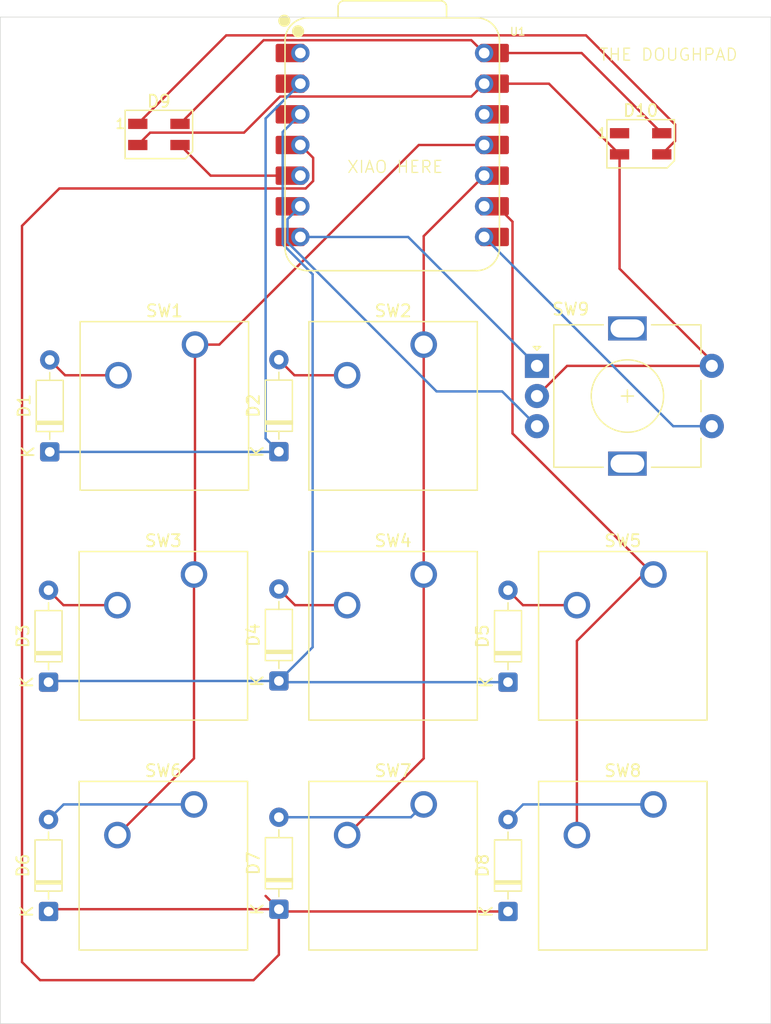
<source format=kicad_pcb>
(kicad_pcb (version 20241229) (generator "pcbnew") (generator_version "9.0")
  (layers (0 "F.Cu" signal) (2 "B.Cu" signal) (13 "F.Paste" user) (15 "B.Paste" user) (5 "F.SilkS" user "F.Silkscreen") (7 "B.SilkS" user "B.Silkscreen") (1 "F.Mask" user) (3 "B.Mask" user) (25 "Edge.Cuts" user))
  (net 0 "")
  (net 1 "Net-(D1-A)")
  (net 2 "Net-(D1-K)")
  (net 3 "Net-(D2-A)")
  (net 4 "Net-(D3-K)")
  (net 5 "Net-(D3-A)")
  (net 6 "Net-(D4-A)")
  (net 7 "Net-(D5-A)")
  (net 8 "Net-(D6-K)")
  (net 9 "Net-(D6-A)")
  (net 10 "Net-(D7-A)")
  (net 11 "Net-(D8-A)")
  (net 12 "Net-(D10-DIN)")
  (net 13 "Net-(D9-DIN)")
  (net 14 "+5V")
  (net 15 "GND")
  (net 17 "Net-(U1-GPIO3{slash}MOSI)")
  (net 18 "Net-(U1-GPIO4{slash}MISO)")
  (net 19 "Net-(U1-GPIO2{slash}SCK)")
  (net 20 "Net-(U1-GPIO7{slash}SCL)")
  (net 21 "Net-(U1-GPIO0{slash}TX)")
  (net 22 "Net-(U1-GPIO1{slash}RX)")
  (footprint "Diode_THT:D_DO-35_SOD27_P7.62mm_Horizontal" (layer "F.Cu") (at 118.8 115.71 90)
    (property "Reference" "D2" (at 3.81 -2.12 90) (layer "F.SilkS"))
    (property "Value" "1N5408")
    (fp_line (start 2.53 -1.12) (end 2.53 1.12) (stroke (width 0.12)) (layer "F.SilkS"))
    (fp_line (start 2.41 -1.12) (end 2.41 1.12) (stroke (width 0.12)) (layer "F.SilkS"))
    (fp_line (start 2.29 -1.12) (end 2.29 1.12) (stroke (width 0.12)) (layer "F.SilkS"))
    (fp_line (start 6.58 0) (end 5.93 0) (stroke (width 0.12)) (layer "F.SilkS"))
    (fp_line (start 1.04 0) (end 1.69 0) (stroke (width 0.12)) (layer "F.SilkS"))
    (fp_rect (start 1.69 -1.12) (end 5.93 1.12) (stroke (width 0.12)) (fill no) (layer "F.SilkS"))
    (fp_text user "K" (at 0 -1.8 90) (layer "F.SilkS"))
    (pad "1" thru_hole roundrect (at 0 0 90) (size 1.6 1.6) (drill 0.8) (layers "*.Cu" "*.Mask") (roundrect_rratio 0.15625) (net 2 "Net-(D1-K)"))
    (pad "2" thru_hole circle (at 7.62 0 90) (size 1.6 1.6) (drill 0.8) (layers "*.Cu" "*.Mask") (net 3 "Net-(D2-A)"))
  )
  (footprint "LED_SMD:LED_SK6812MINI_PLCC4_3.5x3.5mm_P1.75mm" (layer "F.Cu") (at 148.8 90.2)
    (property "Reference" "D10" (at 0 -2.75 0) (layer "F.SilkS"))
    (property "Value" "SK6812MINI")
    (fp_line (start -2.8 -2) (end -2.8 2) (stroke (width 0.12)) (layer "F.SilkS"))
    (fp_line (start -2.8 -2) (end 2.8 -2) (stroke (width 0.12)) (layer "F.SilkS"))
    (fp_line (start -2.8 2) (end 2.2 2) (stroke (width 0.12)) (layer "F.SilkS"))
    (fp_line (start 2.8 1.4) (end 2.2 2) (stroke (width 0.12)) (layer "F.SilkS"))
    (fp_line (start 2.8 1.4) (end 2.8 -2) (stroke (width 0.12)) (layer "F.SilkS"))
    (fp_text user "1" (at -3.2 -0.875 0) (layer "F.SilkS") (effects (font (size 0.8 0.8))))
    (pad "1" smd rect (at -1.75 -0.875) (size 1.6 0.85) (layers "F.Cu" "F.Mask" "F.Paste"))
    (pad "2" smd rect (at -1.75 0.875) (size 1.6 0.85) (layers "F.Cu" "F.Mask" "F.Paste") (net 15 "GND"))
    (pad "3" smd rect (at 1.75 0.875) (size 1.6 0.85) (layers "F.Cu" "F.Mask" "F.Paste") (net 12 "Net-(D10-DIN)"))
    (pad "4" smd rect (at 1.75 -0.875) (size 1.6 0.85) (layers "F.Cu" "F.Mask" "F.Paste") (net 14 "+5V"))
  )
  (footprint "Button_Switch_Keyboard:SW_Cherry_MX_1.00u_PCB" (layer "F.Cu") (at 111.8435 106.83875)
    (property "Reference" "SW1" (at -2.54 -2.794 0) (layer "F.SilkS"))
    (property "Value" "SW_Push")
    (fp_line (start -9.525 -1.905) (end 4.445 -1.905) (stroke (width 0.12)) (layer "F.SilkS"))
    (fp_line (start -9.525 12.065) (end -9.525 -1.905) (stroke (width 0.12)) (layer "F.SilkS"))
    (fp_line (start 4.445 -1.905) (end 4.445 12.065) (stroke (width 0.12)) (layer "F.SilkS"))
    (fp_line (start 4.445 12.065) (end -9.525 12.065) (stroke (width 0.12)) (layer "F.SilkS"))
    (pad "" np_thru_hole circle (at -7.62 5.08) (size 1.7 1.7) (drill 1.7) (layers "*.Cu" "*.Mask"))
    (pad "" np_thru_hole circle (at -2.54 5.08) (size 4 4) (drill 4) (layers "*.Cu" "*.Mask"))
    (pad "" np_thru_hole circle (at 2.54 5.08) (size 1.7 1.7) (drill 1.7) (layers "*.Cu" "*.Mask"))
    (pad "1" thru_hole circle (at 0 0) (size 2.2 2.2) (drill 1.5) (layers "*.Cu" "*.Mask") (net 17 "Net-(U1-GPIO3{slash}MOSI)"))
    (pad "2" thru_hole circle (at -6.35 2.54) (size 2.2 2.2) (drill 1.5) (layers "*.Cu" "*.Mask") (net 1 "Net-(D1-A)"))
  )
  (footprint "Diode_THT:D_DO-35_SOD27_P7.62mm_Horizontal" (layer "F.Cu") (at 99.8 115.72875 90)
    (property "Reference" "D1" (at 3.81 -2.12 90) (layer "F.SilkS"))
    (property "Value" "1N5408")
    (fp_line (start 2.53 -1.12) (end 2.53 1.12) (stroke (width 0.12)) (layer "F.SilkS"))
    (fp_line (start 2.41 -1.12) (end 2.41 1.12) (stroke (width 0.12)) (layer "F.SilkS"))
    (fp_line (start 2.29 -1.12) (end 2.29 1.12) (stroke (width 0.12)) (layer "F.SilkS"))
    (fp_line (start 6.58 0) (end 5.93 0) (stroke (width 0.12)) (layer "F.SilkS"))
    (fp_line (start 1.04 0) (end 1.69 0) (stroke (width 0.12)) (layer "F.SilkS"))
    (fp_rect (start 1.69 -1.12) (end 5.93 1.12) (stroke (width 0.12)) (fill no) (layer "F.SilkS"))
    (fp_text user "K" (at 0 -1.8 90) (layer "F.SilkS"))
    (pad "1" thru_hole roundrect (at 0 0 90) (size 1.6 1.6) (drill 0.8) (layers "*.Cu" "*.Mask") (roundrect_rratio 0.15625) (net 2 "Net-(D1-K)"))
    (pad "2" thru_hole circle (at 7.62 0 90) (size 1.6 1.6) (drill 0.8) (layers "*.Cu" "*.Mask") (net 1 "Net-(D1-A)"))
  )
  (footprint "LED_SMD:LED_SK6812MINI_PLCC4_3.5x3.5mm_P1.75mm" (layer "F.Cu") (at 108.85 89.425)
    (property "Reference" "D9" (at 0 -2.75 0) (layer "F.SilkS"))
    (property "Value" "SK6812MINI")
    (fp_line (start -2.8 -2) (end -2.8 2) (stroke (width 0.12)) (layer "F.SilkS"))
    (fp_line (start -2.8 -2) (end 2.8 -2) (stroke (width 0.12)) (layer "F.SilkS"))
    (fp_line (start -2.8 2) (end 2.2 2) (stroke (width 0.12)) (layer "F.SilkS"))
    (fp_line (start 2.8 1.4) (end 2.2 2) (stroke (width 0.12)) (layer "F.SilkS"))
    (fp_line (start 2.8 1.4) (end 2.8 -2) (stroke (width 0.12)) (layer "F.SilkS"))
    (fp_text user "1" (at -3.2 -0.875 0) (layer "F.SilkS") (effects (font (size 0.8 0.8))))
    (pad "1" smd rect (at -1.75 -0.875) (size 1.6 0.85) (layers "F.Cu" "F.Mask" "F.Paste") (net 12 "Net-(D10-DIN)"))
    (pad "2" smd rect (at -1.75 0.875) (size 1.6 0.85) (layers "F.Cu" "F.Mask" "F.Paste") (net 15 "GND"))
    (pad "3" smd rect (at 1.75 0.875) (size 1.6 0.85) (layers "F.Cu" "F.Mask" "F.Paste") (net 13 "Net-(D9-DIN)"))
    (pad "4" smd rect (at 1.75 -0.875) (size 1.6 0.85) (layers "F.Cu" "F.Mask" "F.Paste") (net 14 "+5V"))
  )
  (footprint "Diode_THT:D_DO-35_SOD27_P7.62mm_Horizontal" (layer "F.Cu") (at 137.8 134.81 90)
    (property "Reference" "D5" (at 3.81 -2.12 90) (layer "F.SilkS"))
    (property "Value" "1N5408")
    (fp_line (start 2.53 -1.12) (end 2.53 1.12) (stroke (width 0.12)) (layer "F.SilkS"))
    (fp_line (start 2.41 -1.12) (end 2.41 1.12) (stroke (width 0.12)) (layer "F.SilkS"))
    (fp_line (start 2.29 -1.12) (end 2.29 1.12) (stroke (width 0.12)) (layer "F.SilkS"))
    (fp_line (start 6.58 0) (end 5.93 0) (stroke (width 0.12)) (layer "F.SilkS"))
    (fp_line (start 1.04 0) (end 1.69 0) (stroke (width 0.12)) (layer "F.SilkS"))
    (fp_rect (start 1.69 -1.12) (end 5.93 1.12) (stroke (width 0.12)) (fill no) (layer "F.SilkS"))
    (fp_text user "K" (at 0 -1.8 90) (layer "F.SilkS"))
    (pad "1" thru_hole roundrect (at 0 0 90) (size 1.6 1.6) (drill 0.8) (layers "*.Cu" "*.Mask") (roundrect_rratio 0.15625) (net 4 "Net-(D3-K)"))
    (pad "2" thru_hole circle (at 7.62 0 90) (size 1.6 1.6) (drill 0.8) (layers "*.Cu" "*.Mask") (net 7 "Net-(D5-A)"))
  )
  (footprint "Button_Switch_Keyboard:SW_Cherry_MX_1.00u_PCB" (layer "F.Cu") (at 111.76 144.93875)
    (property "Reference" "SW6" (at -2.54 -2.794 0) (layer "F.SilkS"))
    (property "Value" "SW_Push")
    (fp_line (start -9.525 -1.905) (end 4.445 -1.905) (stroke (width 0.12)) (layer "F.SilkS"))
    (fp_line (start -9.525 12.065) (end -9.525 -1.905) (stroke (width 0.12)) (layer "F.SilkS"))
    (fp_line (start 4.445 -1.905) (end 4.445 12.065) (stroke (width 0.12)) (layer "F.SilkS"))
    (fp_line (start 4.445 12.065) (end -9.525 12.065) (stroke (width 0.12)) (layer "F.SilkS"))
    (pad "" np_thru_hole circle (at -7.62 5.08) (size 1.7 1.7) (drill 1.7) (layers "*.Cu" "*.Mask"))
    (pad "" np_thru_hole circle (at -2.54 5.08) (size 4 4) (drill 4) (layers "*.Cu" "*.Mask"))
    (pad "" np_thru_hole circle (at 2.54 5.08) (size 1.7 1.7) (drill 1.7) (layers "*.Cu" "*.Mask"))
    (pad "1" thru_hole circle (at 0 0) (size 2.2 2.2) (drill 1.5) (layers "*.Cu" "*.Mask") (net 9 "Net-(D6-A)"))
    (pad "2" thru_hole circle (at -6.35 2.54) (size 2.2 2.2) (drill 1.5) (layers "*.Cu" "*.Mask") (net 17 "Net-(U1-GPIO3{slash}MOSI)"))
  )
  (footprint "Diode_THT:D_DO-35_SOD27_P7.62mm_Horizontal" (layer "F.Cu") (at 118.8 153.62 90)
    (property "Reference" "D7" (at 3.81 -2.12 90) (layer "F.SilkS"))
    (property "Value" "1N5408")
    (fp_line (start 2.53 -1.12) (end 2.53 1.12) (stroke (width 0.12)) (layer "F.SilkS"))
    (fp_line (start 2.41 -1.12) (end 2.41 1.12) (stroke (width 0.12)) (layer "F.SilkS"))
    (fp_line (start 2.29 -1.12) (end 2.29 1.12) (stroke (width 0.12)) (layer "F.SilkS"))
    (fp_line (start 6.58 0) (end 5.93 0) (stroke (width 0.12)) (layer "F.SilkS"))
    (fp_line (start 1.04 0) (end 1.69 0) (stroke (width 0.12)) (layer "F.SilkS"))
    (fp_rect (start 1.69 -1.12) (end 5.93 1.12) (stroke (width 0.12)) (fill no) (layer "F.SilkS"))
    (fp_text user "K" (at 0 -1.8 90) (layer "F.SilkS"))
    (pad "1" thru_hole roundrect (at 0 0 90) (size 1.6 1.6) (drill 0.8) (layers "*.Cu" "*.Mask") (roundrect_rratio 0.15625) (net 8 "Net-(D6-K)"))
    (pad "2" thru_hole circle (at 7.62 0 90) (size 1.6 1.6) (drill 0.8) (layers "*.Cu" "*.Mask") (net 10 "Net-(D7-A)"))
  )
  (footprint "Button_Switch_Keyboard:SW_Cherry_MX_1.00u_PCB" (layer "F.Cu") (at 111.76 125.88875)
    (property "Reference" "SW3" (at -2.54 -2.794 0) (layer "F.SilkS"))
    (property "Value" "SW_Push")
    (fp_line (start -9.525 -1.905) (end 4.445 -1.905) (stroke (width 0.12)) (layer "F.SilkS"))
    (fp_line (start -9.525 12.065) (end -9.525 -1.905) (stroke (width 0.12)) (layer "F.SilkS"))
    (fp_line (start 4.445 -1.905) (end 4.445 12.065) (stroke (width 0.12)) (layer "F.SilkS"))
    (fp_line (start 4.445 12.065) (end -9.525 12.065) (stroke (width 0.12)) (layer "F.SilkS"))
    (pad "" np_thru_hole circle (at -7.62 5.08) (size 1.7 1.7) (drill 1.7) (layers "*.Cu" "*.Mask"))
    (pad "" np_thru_hole circle (at -2.54 5.08) (size 4 4) (drill 4) (layers "*.Cu" "*.Mask"))
    (pad "" np_thru_hole circle (at 2.54 5.08) (size 1.7 1.7) (drill 1.7) (layers "*.Cu" "*.Mask"))
    (pad "1" thru_hole circle (at 0 0) (size 2.2 2.2) (drill 1.5) (layers "*.Cu" "*.Mask") (net 17 "Net-(U1-GPIO3{slash}MOSI)"))
    (pad "2" thru_hole circle (at -6.35 2.54) (size 2.2 2.2) (drill 1.5) (layers "*.Cu" "*.Mask") (net 5 "Net-(D3-A)"))
  )
  (footprint "Button_Switch_Keyboard:SW_Cherry_MX_1.00u_PCB" (layer "F.Cu") (at 130.81 144.93875)
    (property "Reference" "SW7" (at -2.54 -2.794 0) (layer "F.SilkS"))
    (property "Value" "SW_Push")
    (fp_line (start -9.525 -1.905) (end 4.445 -1.905) (stroke (width 0.12)) (layer "F.SilkS"))
    (fp_line (start -9.525 12.065) (end -9.525 -1.905) (stroke (width 0.12)) (layer "F.SilkS"))
    (fp_line (start 4.445 -1.905) (end 4.445 12.065) (stroke (width 0.12)) (layer "F.SilkS"))
    (fp_line (start 4.445 12.065) (end -9.525 12.065) (stroke (width 0.12)) (layer "F.SilkS"))
    (pad "" np_thru_hole circle (at -7.62 5.08) (size 1.7 1.7) (drill 1.7) (layers "*.Cu" "*.Mask"))
    (pad "" np_thru_hole circle (at -2.54 5.08) (size 4 4) (drill 4) (layers "*.Cu" "*.Mask"))
    (pad "" np_thru_hole circle (at 2.54 5.08) (size 1.7 1.7) (drill 1.7) (layers "*.Cu" "*.Mask"))
    (pad "1" thru_hole circle (at 0 0) (size 2.2 2.2) (drill 1.5) (layers "*.Cu" "*.Mask") (net 10 "Net-(D7-A)"))
    (pad "2" thru_hole circle (at -6.35 2.54) (size 2.2 2.2) (drill 1.5) (layers "*.Cu" "*.Mask") (net 18 "Net-(U1-GPIO4{slash}MISO)"))
  )
  (footprint "OPL:XIAO-RP2040-DIP" (layer "F.Cu") (at 128.2 90.3)
    (property "Reference" "U1" (at 10.4 -9.4 0) (layer "F.SilkS") (effects (font (size 0.635 0.635) (thickness 0.1016))))
    (property "Value" "XIAO-RP2040-DIP")
    (fp_line (start -8.89 8.509) (end -8.89 -8.636) (stroke (width 0.127)) (layer "F.SilkS"))
    (fp_line (start -6.985 10.414) (end 6.985 10.414) (stroke (width 0.127)) (layer "F.SilkS"))
    (fp_line (start -4.495 -10.541) (end -4.491272 -11.451272) (stroke (width 0.127)) (layer "F.SilkS"))
    (fp_line (start -3.991272 -11.951) (end 4.004 -11.951) (stroke (width 0.127)) (layer "F.SilkS"))
    (fp_line (start 4.504 -11.451) (end 4.504 -10.541) (stroke (width 0.127)) (layer "F.SilkS"))
    (fp_line (start 6.985 -10.541) (end -6.985 -10.541) (stroke (width 0.1)) (layer "F.SilkS"))
    (fp_line (start 6.985 -10.541) (end -6.985 -10.541) (stroke (width 0.127)) (layer "F.SilkS"))
    (fp_line (start 8.89 8.509) (end 8.89 -8.636) (stroke (width 0.127)) (layer "F.SilkS"))
    (fp_arc (start -8.89 -8.636) (mid -8.332038 -9.983038) (end -6.985 -10.541) (stroke (width 0.127)) (layer "F.SilkS"))
    (fp_arc (start -6.985 10.414) (mid -8.332038 9.856038) (end -8.89 8.509) (stroke (width 0.127)) (layer "F.SilkS"))
    (fp_arc (start -4.491272 -11.451272) (mid -4.344728 -11.80464) (end -3.991272 -11.951) (stroke (width 0.127)) (layer "F.SilkS"))
    (fp_arc (start 4.004 -11.951) (mid 4.357553 -11.804553) (end 4.504 -11.451) (stroke (width 0.127)) (layer "F.SilkS"))
    (fp_arc (start 6.985 -10.541) (mid 8.332038 -9.983038) (end 8.89 -8.636) (stroke (width 0.127)) (layer "F.SilkS"))
    (fp_arc (start 8.89 8.509) (mid 8.332038 9.856038) (end 6.985 10.414) (stroke (width 0.127)) (layer "F.SilkS"))
    (fp_circle (center -8.95 -10.3) (end -8.95 -10.554) (stroke (width 0.5)) (fill yes) (layer "F.SilkS"))
    (fp_circle (center -7.807 -9.42) (end -7.807 -9.674) (stroke (width 0.5)) (fill yes) (layer "F.SilkS"))
    (pad "1" smd roundrect (at -8.455 -7.62 180) (size 2.432 1.524) (layers "F.Cu" "F.Mask") (roundrect_rratio 0.1))
    (pad "1" thru_hole circle (at -7.62 -7.62 180) (size 1.524 1.524) (drill 0.889) (layers "*.Cu" "*.Mask"))
    (pad "2" smd roundrect (at -8.455 -5.08 180) (size 2.432 1.524) (layers "F.Cu" "F.Mask") (roundrect_rratio 0.1) (net 2 "Net-(D1-K)"))
    (pad "2" thru_hole circle (at -7.62 -5.08 180) (size 1.524 1.524) (drill 0.889) (layers "*.Cu" "*.Mask") (net 2 "Net-(D1-K)"))
    (pad "3" smd roundrect (at -8.455 -2.54 180) (size 2.432 1.524) (layers "F.Cu" "F.Mask") (roundrect_rratio 0.1) (net 4 "Net-(D3-K)"))
    (pad "3" thru_hole circle (at -7.62 -2.54 180) (size 1.524 1.524) (drill 0.889) (layers "*.Cu" "*.Mask") (net 4 "Net-(D3-K)"))
    (pad "4" smd roundrect (at -8.455 0 180) (size 2.432 1.524) (layers "F.Cu" "F.Mask") (roundrect_rratio 0.1) (net 8 "Net-(D6-K)"))
    (pad "4" thru_hole circle (at -7.62 0 180) (size 1.524 1.524) (drill 0.889) (layers "*.Cu" "*.Mask") (net 8 "Net-(D6-K)"))
    (pad "5" smd roundrect (at -8.455 2.54 180) (size 2.432 1.524) (layers "F.Cu" "F.Mask") (roundrect_rratio 0.1) (net 13 "Net-(D9-DIN)"))
    (pad "5" thru_hole circle (at -7.62 2.54 180) (size 1.524 1.524) (drill 0.889) (layers "*.Cu" "*.Mask") (net 13 "Net-(D9-DIN)"))
    (pad "6" smd roundrect (at -8.455 5.08 180) (size 2.432 1.524) (layers "F.Cu" "F.Mask") (roundrect_rratio 0.1) (net 20 "Net-(U1-GPIO7{slash}SCL)"))
    (pad "6" thru_hole circle (at -7.62 5.08 180) (size 1.524 1.524) (drill 0.889) (layers "*.Cu" "*.Mask") (net 20 "Net-(U1-GPIO7{slash}SCL)"))
    (pad "7" smd roundrect (at -8.455 7.62 180) (size 2.432 1.524) (layers "F.Cu" "F.Mask") (roundrect_rratio 0.1) (net 21 "Net-(U1-GPIO0{slash}TX)"))
    (pad "7" thru_hole circle (at -7.62 7.62 180) (size 1.524 1.524) (drill 0.889) (layers "*.Cu" "*.Mask") (net 21 "Net-(U1-GPIO0{slash}TX)"))
    (pad "8" thru_hole circle (at 7.62 7.62) (size 1.524 1.524) (drill 0.889) (layers "*.Cu" "*.Mask") (net 22 "Net-(U1-GPIO1{slash}RX)"))
    (pad "8" smd roundrect (at 8.455 7.62) (size 2.432 1.524) (layers "F.Cu" "F.Mask") (roundrect_rratio 0.1) (net 22 "Net-(U1-GPIO1{slash}RX)"))
    (pad "9" thru_hole circle (at 7.62 5.08) (size 1.524 1.524) (drill 0.889) (layers "*.Cu" "*.Mask") (net 19 "Net-(U1-GPIO2{slash}SCK)"))
    (pad "9" smd roundrect (at 8.455 5.08) (size 2.432 1.524) (layers "F.Cu" "F.Mask") (roundrect_rratio 0.1) (net 19 "Net-(U1-GPIO2{slash}SCK)"))
    (pad "10" thru_hole circle (at 7.62 2.54) (size 1.524 1.524) (drill 0.889) (layers "*.Cu" "*.Mask") (net 18 "Net-(U1-GPIO4{slash}MISO)"))
    (pad "10" smd roundrect (at 8.455 2.54) (size 2.432 1.524) (layers "F.Cu" "F.Mask") (roundrect_rratio 0.1) (net 18 "Net-(U1-GPIO4{slash}MISO)"))
    (pad "11" thru_hole circle (at 7.62 0) (size 1.524 1.524) (drill 0.889) (layers "*.Cu" "*.Mask") (net 17 "Net-(U1-GPIO3{slash}MOSI)"))
    (pad "11" smd roundrect (at 8.455 0) (size 2.432 1.524) (layers "F.Cu" "F.Mask") (roundrect_rratio 0.1) (net 17 "Net-(U1-GPIO3{slash}MOSI)"))
    (pad "12" thru_hole circle (at 7.62 -2.54) (size 1.524 1.524) (drill 0.889) (layers "*.Cu" "*.Mask"))
    (pad "12" smd roundrect (at 8.455 -2.54) (size 2.432 1.524) (layers "F.Cu" "F.Mask") (roundrect_rratio 0.1))
    (pad "13" thru_hole circle (at 7.62 -5.08) (size 1.524 1.524) (drill 0.889) (layers "*.Cu" "*.Mask") (net 15 "GND"))
    (pad "13" smd roundrect (at 8.455 -5.08) (size 2.432 1.524) (layers "F.Cu" "F.Mask") (roundrect_rratio 0.1) (net 15 "GND"))
    (pad "14" thru_hole circle (at 7.62 -7.62) (size 1.524 1.524) (drill 0.889) (layers "*.Cu" "*.Mask") (net 14 "+5V"))
    (pad "14" smd roundrect (at 8.455 -7.62) (size 2.432 1.524) (layers "F.Cu" "F.Mask") (roundrect_rratio 0.1) (net 14 "+5V"))
  )
  (footprint "Diode_THT:D_DO-35_SOD27_P7.62mm_Horizontal" (layer "F.Cu") (at 118.8 134.71 90)
    (property "Reference" "D4" (at 3.81 -2.12 90) (layer "F.SilkS"))
    (property "Value" "1N5408")
    (fp_line (start 2.53 -1.12) (end 2.53 1.12) (stroke (width 0.12)) (layer "F.SilkS"))
    (fp_line (start 2.41 -1.12) (end 2.41 1.12) (stroke (width 0.12)) (layer "F.SilkS"))
    (fp_line (start 2.29 -1.12) (end 2.29 1.12) (stroke (width 0.12)) (layer "F.SilkS"))
    (fp_line (start 6.58 0) (end 5.93 0) (stroke (width 0.12)) (layer "F.SilkS"))
    (fp_line (start 1.04 0) (end 1.69 0) (stroke (width 0.12)) (layer "F.SilkS"))
    (fp_rect (start 1.69 -1.12) (end 5.93 1.12) (stroke (width 0.12)) (fill no) (layer "F.SilkS"))
    (fp_text user "K" (at 0 -1.8 90) (layer "F.SilkS"))
    (pad "1" thru_hole roundrect (at 0 0 90) (size 1.6 1.6) (drill 0.8) (layers "*.Cu" "*.Mask") (roundrect_rratio 0.15625) (net 4 "Net-(D3-K)"))
    (pad "2" thru_hole circle (at 7.62 0 90) (size 1.6 1.6) (drill 0.8) (layers "*.Cu" "*.Mask") (net 6 "Net-(D4-A)"))
  )
  (footprint "Rotary_Encoder:RotaryEncoder_Alps_EC11E-Switch_Vertical_H20mm" (layer "F.Cu") (at 140.2 108.6)
    (property "Reference" "SW9" (at 2.8 -4.7 0) (layer "F.SilkS"))
    (property "Value" "RotaryEncoder_Switch")
    (fp_line (start -0.3 -1.6) (end 0.3 -1.6) (stroke (width 0.12)) (layer "F.SilkS"))
    (fp_line (start 0 -1.3) (end -0.3 -1.6) (stroke (width 0.12)) (layer "F.SilkS"))
    (fp_line (start 0.3 -1.6) (end 0 -1.3) (stroke (width 0.12)) (layer "F.SilkS"))
    (fp_line (start 1.4 -3.4) (end 1.4 8.4) (stroke (width 0.12)) (layer "F.SilkS"))
    (fp_line (start 5.5 -3.4) (end 1.4 -3.4) (stroke (width 0.12)) (layer "F.SilkS"))
    (fp_line (start 5.5 8.4) (end 1.4 8.4) (stroke (width 0.12)) (layer "F.SilkS"))
    (fp_line (start 7 2.5) (end 8 2.5) (stroke (width 0.12)) (layer "F.SilkS"))
    (fp_line (start 7.5 2) (end 7.5 3) (stroke (width 0.12)) (layer "F.SilkS"))
    (fp_line (start 9.5 -3.4) (end 13.6 -3.4) (stroke (width 0.12)) (layer "F.SilkS"))
    (fp_line (start 13.6 -3.4) (end 13.6 -1) (stroke (width 0.12)) (layer "F.SilkS"))
    (fp_line (start 13.6 1.2) (end 13.6 3.8) (stroke (width 0.12)) (layer "F.SilkS"))
    (fp_line (start 13.6 6) (end 13.6 8.4) (stroke (width 0.12)) (layer "F.SilkS"))
    (fp_line (start 13.6 8.4) (end 9.5 8.4) (stroke (width 0.12)) (layer "F.SilkS"))
    (fp_circle (center 7.5 2.5) (end 10.5 2.5) (stroke (width 0.12)) (fill no) (layer "F.SilkS"))
    (pad "A" thru_hole rect (at 0 0) (size 2 2) (drill 1) (layers "*.Cu" "*.Mask") (net 21 "Net-(U1-GPIO0{slash}TX)"))
    (pad "B" thru_hole circle (at 0 5) (size 2 2) (drill 1) (layers "*.Cu" "*.Mask") (net 20 "Net-(U1-GPIO7{slash}SCL)"))
    (pad "C" thru_hole circle (at 0 2.5) (size 2 2) (drill 1) (layers "*.Cu" "*.Mask") (net 15 "GND"))
    (pad "MP" thru_hole rect (at 7.5 -3.1) (size 3.2 2) (drill oval 2.8 1.5) (layers "*.Cu" "*.Mask"))
    (pad "MP" thru_hole rect (at 7.5 8.1) (size 3.2 2) (drill oval 2.8 1.5) (layers "*.Cu" "*.Mask"))
    (pad "S1" thru_hole circle (at 14.5 5) (size 2 2) (drill 1) (layers "*.Cu" "*.Mask") (net 22 "Net-(U1-GPIO1{slash}RX)"))
    (pad "S2" thru_hole circle (at 14.5 0) (size 2 2) (drill 1) (layers "*.Cu" "*.Mask") (net 15 "GND"))
  )
  (footprint "Diode_THT:D_DO-35_SOD27_P7.62mm_Horizontal" (layer "F.Cu") (at 99.7 153.81 90)
    (property "Reference" "D6" (at 3.81 -2.12 90) (layer "F.SilkS"))
    (property "Value" "1N5408")
    (fp_line (start 2.53 -1.12) (end 2.53 1.12) (stroke (width 0.12)) (layer "F.SilkS"))
    (fp_line (start 2.41 -1.12) (end 2.41 1.12) (stroke (width 0.12)) (layer "F.SilkS"))
    (fp_line (start 2.29 -1.12) (end 2.29 1.12) (stroke (width 0.12)) (layer "F.SilkS"))
    (fp_line (start 6.58 0) (end 5.93 0) (stroke (width 0.12)) (layer "F.SilkS"))
    (fp_line (start 1.04 0) (end 1.69 0) (stroke (width 0.12)) (layer "F.SilkS"))
    (fp_rect (start 1.69 -1.12) (end 5.93 1.12) (stroke (width 0.12)) (fill no) (layer "F.SilkS"))
    (fp_text user "K" (at 0 -1.8 90) (layer "F.SilkS"))
    (pad "1" thru_hole roundrect (at 0 0 90) (size 1.6 1.6) (drill 0.8) (layers "*.Cu" "*.Mask") (roundrect_rratio 0.15625) (net 8 "Net-(D6-K)"))
    (pad "2" thru_hole circle (at 7.62 0 90) (size 1.6 1.6) (drill 0.8) (layers "*.Cu" "*.Mask") (net 9 "Net-(D6-A)"))
  )
  (footprint "Button_Switch_Keyboard:SW_Cherry_MX_1.00u_PCB" (layer "F.Cu") (at 130.81 125.88875)
    (property "Reference" "SW4" (at -2.54 -2.794 0) (layer "F.SilkS"))
    (property "Value" "SW_Push")
    (fp_line (start -9.525 -1.905) (end 4.445 -1.905) (stroke (width 0.12)) (layer "F.SilkS"))
    (fp_line (start -9.525 12.065) (end -9.525 -1.905) (stroke (width 0.12)) (layer "F.SilkS"))
    (fp_line (start 4.445 -1.905) (end 4.445 12.065) (stroke (width 0.12)) (layer "F.SilkS"))
    (fp_line (start 4.445 12.065) (end -9.525 12.065) (stroke (width 0.12)) (layer "F.SilkS"))
    (pad "" np_thru_hole circle (at -7.62 5.08) (size 1.7 1.7) (drill 1.7) (layers "*.Cu" "*.Mask"))
    (pad "" np_thru_hole circle (at -2.54 5.08) (size 4 4) (drill 4) (layers "*.Cu" "*.Mask"))
    (pad "" np_thru_hole circle (at 2.54 5.08) (size 1.7 1.7) (drill 1.7) (layers "*.Cu" "*.Mask"))
    (pad "1" thru_hole circle (at 0 0) (size 2.2 2.2) (drill 1.5) (layers "*.Cu" "*.Mask") (net 18 "Net-(U1-GPIO4{slash}MISO)"))
    (pad "2" thru_hole circle (at -6.35 2.54) (size 2.2 2.2) (drill 1.5) (layers "*.Cu" "*.Mask") (net 6 "Net-(D4-A)"))
  )
  (footprint "Diode_THT:D_DO-35_SOD27_P7.62mm_Horizontal" (layer "F.Cu") (at 137.8 153.81 90)
    (property "Reference" "D8" (at 3.81 -2.12 90) (layer "F.SilkS"))
    (property "Value" "1N5408")
    (fp_line (start 2.53 -1.12) (end 2.53 1.12) (stroke (width 0.12)) (layer "F.SilkS"))
    (fp_line (start 2.41 -1.12) (end 2.41 1.12) (stroke (width 0.12)) (layer "F.SilkS"))
    (fp_line (start 2.29 -1.12) (end 2.29 1.12) (stroke (width 0.12)) (layer "F.SilkS"))
    (fp_line (start 6.58 0) (end 5.93 0) (stroke (width 0.12)) (layer "F.SilkS"))
    (fp_line (start 1.04 0) (end 1.69 0) (stroke (width 0.12)) (layer "F.SilkS"))
    (fp_rect (start 1.69 -1.12) (end 5.93 1.12) (stroke (width 0.12)) (fill no) (layer "F.SilkS"))
    (fp_text user "K" (at 0 -1.8 90) (layer "F.SilkS"))
    (pad "1" thru_hole roundrect (at 0 0 90) (size 1.6 1.6) (drill 0.8) (layers "*.Cu" "*.Mask") (roundrect_rratio 0.15625) (net 8 "Net-(D6-K)"))
    (pad "2" thru_hole circle (at 7.62 0 90) (size 1.6 1.6) (drill 0.8) (layers "*.Cu" "*.Mask") (net 11 "Net-(D8-A)"))
  )
  (footprint "Button_Switch_Keyboard:SW_Cherry_MX_1.00u_PCB" (layer "F.Cu") (at 149.86 144.93875)
    (property "Reference" "SW8" (at -2.54 -2.794 0) (layer "F.SilkS"))
    (property "Value" "SW_Push")
    (fp_line (start -9.525 -1.905) (end 4.445 -1.905) (stroke (width 0.12)) (layer "F.SilkS"))
    (fp_line (start -9.525 12.065) (end -9.525 -1.905) (stroke (width 0.12)) (layer "F.SilkS"))
    (fp_line (start 4.445 -1.905) (end 4.445 12.065) (stroke (width 0.12)) (layer "F.SilkS"))
    (fp_line (start 4.445 12.065) (end -9.525 12.065) (stroke (width 0.12)) (layer "F.SilkS"))
    (pad "" np_thru_hole circle (at -7.62 5.08) (size 1.7 1.7) (drill 1.7) (layers "*.Cu" "*.Mask"))
    (pad "" np_thru_hole circle (at -2.54 5.08) (size 4 4) (drill 4) (layers "*.Cu" "*.Mask"))
    (pad "" np_thru_hole circle (at 2.54 5.08) (size 1.7 1.7) (drill 1.7) (layers "*.Cu" "*.Mask"))
    (pad "1" thru_hole circle (at 0 0) (size 2.2 2.2) (drill 1.5) (layers "*.Cu" "*.Mask") (net 11 "Net-(D8-A)"))
    (pad "2" thru_hole circle (at -6.35 2.54) (size 2.2 2.2) (drill 1.5) (layers "*.Cu" "*.Mask") (net 19 "Net-(U1-GPIO2{slash}SCK)"))
  )
  (footprint "Diode_THT:D_DO-35_SOD27_P7.62mm_Horizontal" (layer "F.Cu") (at 99.7 134.81 90)
    (property "Reference" "D3" (at 3.81 -2.12 90) (layer "F.SilkS"))
    (property "Value" "1N5408")
    (fp_line (start 2.53 -1.12) (end 2.53 1.12) (stroke (width 0.12)) (layer "F.SilkS"))
    (fp_line (start 2.41 -1.12) (end 2.41 1.12) (stroke (width 0.12)) (layer "F.SilkS"))
    (fp_line (start 2.29 -1.12) (end 2.29 1.12) (stroke (width 0.12)) (layer "F.SilkS"))
    (fp_line (start 6.58 0) (end 5.93 0) (stroke (width 0.12)) (layer "F.SilkS"))
    (fp_line (start 1.04 0) (end 1.69 0) (stroke (width 0.12)) (layer "F.SilkS"))
    (fp_rect (start 1.69 -1.12) (end 5.93 1.12) (stroke (width 0.12)) (fill no) (layer "F.SilkS"))
    (fp_text user "K" (at 0 -1.8 90) (layer "F.SilkS"))
    (pad "1" thru_hole roundrect (at 0 0 90) (size 1.6 1.6) (drill 0.8) (layers "*.Cu" "*.Mask") (roundrect_rratio 0.15625) (net 4 "Net-(D3-K)"))
    (pad "2" thru_hole circle (at 7.62 0 90) (size 1.6 1.6) (drill 0.8) (layers "*.Cu" "*.Mask") (net 5 "Net-(D3-A)"))
  )
  (footprint "Button_Switch_Keyboard:SW_Cherry_MX_1.00u_PCB" (layer "F.Cu") (at 130.81 106.83875)
    (property "Reference" "SW2" (at -2.54 -2.794 0) (layer "F.SilkS"))
    (property "Value" "SW_Push")
    (fp_line (start -9.525 -1.905) (end 4.445 -1.905) (stroke (width 0.12)) (layer "F.SilkS"))
    (fp_line (start -9.525 12.065) (end -9.525 -1.905) (stroke (width 0.12)) (layer "F.SilkS"))
    (fp_line (start 4.445 -1.905) (end 4.445 12.065) (stroke (width 0.12)) (layer "F.SilkS"))
    (fp_line (start 4.445 12.065) (end -9.525 12.065) (stroke (width 0.12)) (layer "F.SilkS"))
    (pad "" np_thru_hole circle (at -7.62 5.08) (size 1.7 1.7) (drill 1.7) (layers "*.Cu" "*.Mask"))
    (pad "" np_thru_hole circle (at -2.54 5.08) (size 4 4) (drill 4) (layers "*.Cu" "*.Mask"))
    (pad "" np_thru_hole circle (at 2.54 5.08) (size 1.7 1.7) (drill 1.7) (layers "*.Cu" "*.Mask"))
    (pad "1" thru_hole circle (at 0 0) (size 2.2 2.2) (drill 1.5) (layers "*.Cu" "*.Mask") (net 18 "Net-(U1-GPIO4{slash}MISO)"))
    (pad "2" thru_hole circle (at -6.35 2.54) (size 2.2 2.2) (drill 1.5) (layers "*.Cu" "*.Mask") (net 3 "Net-(D2-A)"))
  )
  (footprint "Button_Switch_Keyboard:SW_Cherry_MX_1.00u_PCB" (layer "F.Cu") (at 149.86 125.88875)
    (property "Reference" "SW5" (at -2.54 -2.794 0) (layer "F.SilkS"))
    (property "Value" "SW_Push")
    (fp_line (start -9.525 -1.905) (end 4.445 -1.905) (stroke (width 0.12)) (layer "F.SilkS"))
    (fp_line (start -9.525 12.065) (end -9.525 -1.905) (stroke (width 0.12)) (layer "F.SilkS"))
    (fp_line (start 4.445 -1.905) (end 4.445 12.065) (stroke (width 0.12)) (layer "F.SilkS"))
    (fp_line (start 4.445 12.065) (end -9.525 12.065) (stroke (width 0.12)) (layer "F.SilkS"))
    (pad "" np_thru_hole circle (at -7.62 5.08) (size 1.7 1.7) (drill 1.7) (layers "*.Cu" "*.Mask"))
    (pad "" np_thru_hole circle (at -2.54 5.08) (size 4 4) (drill 4) (layers "*.Cu" "*.Mask"))
    (pad "" np_thru_hole circle (at 2.54 5.08) (size 1.7 1.7) (drill 1.7) (layers "*.Cu" "*.Mask"))
    (pad "1" thru_hole circle (at 0 0) (size 2.2 2.2) (drill 1.5) (layers "*.Cu" "*.Mask") (net 19 "Net-(U1-GPIO2{slash}SCK)"))
    (pad "2" thru_hole circle (at -6.35 2.54) (size 2.2 2.2) (drill 1.5) (layers "*.Cu" "*.Mask") (net 7 "Net-(D5-A)"))
  )
  (gr_rect (start 95.7 79.7) (end 159.6 163.1) (stroke (width 0.05)) (fill no) (layer "Edge.Cuts"))
  (gr_text "XIAO HERE" (at 124.4 92.7 0) (layer "F.SilkS") (effects (font (size 1 1) (thickness 0.1)) (justify left bottom)))
  (gr_text "THE DOUGHPAD" (at 145.3 83.4 0) (layer "F.SilkS") (effects (font (size 1 1) (thickness 0.1)) (justify left bottom)))
  (segment (start 105.4935 109.37875) (end 101.07 109.37875) (width 0.2) (layer "F.Cu") (net 1))
  (segment (start 101.07 109.37875) (end 99.8 108.10875) (width 0.2) (layer "F.Cu") (net 1))
  (segment (start 117.7 88.1) (end 120.58 85.22) (width 0.2) (layer "B.Cu") (net 2))
  (segment (start 117.7 114.61) (end 117.7 88.1) (width 0.2) (layer "B.Cu") (net 2))
  (segment (start 118.78125 115.72875) (end 118.8 115.71) (width 0.2) (layer "B.Cu") (net 2))
  (segment (start 118.8 115.71) (end 117.7 114.61) (width 0.2) (layer "B.Cu") (net 2))
  (segment (start 99.8 115.72875) (end 118.78125 115.72875) (width 0.2) (layer "B.Cu") (net 2))
  (segment (start 124.46 109.37875) (end 120.08875 109.37875) (width 0.2) (layer "F.Cu") (net 3))
  (segment (start 120.08875 109.37875) (end 118.8 108.09) (width 0.2) (layer "F.Cu") (net 3))
  (segment (start 119.116 89.224) (end 120.58 87.76) (width 0.2) (layer "B.Cu") (net 4))
  (segment (start 137.8 134.81) (end 118.9 134.81) (width 0.2) (layer "B.Cu") (net 4))
  (segment (start 118.8 134.71) (end 121.6 131.91) (width 0.2) (layer "B.Cu") (net 4))
  (segment (start 118.9 134.81) (end 118.8 134.71) (width 0.2) (layer "B.Cu") (net 4))
  (segment (start 119.116 98.52641) (end 119.116 89.224) (width 0.2) (layer "B.Cu") (net 4))
  (segment (start 121.6 131.91) (end 121.6 101.01041) (width 0.2) (layer "B.Cu") (net 4))
  (segment (start 99.8 134.71) (end 99.7 134.81) (width 0.2) (layer "B.Cu") (net 4))
  (segment (start 121.6 101.01041) (end 119.116 98.52641) (width 0.2) (layer "B.Cu") (net 4))
  (segment (start 118.8 134.71) (end 99.8 134.71) (width 0.2) (layer "B.Cu") (net 4))
  (segment (start 105.41 128.42875) (end 100.93875 128.42875) (width 0.2) (layer "F.Cu") (net 5))
  (segment (start 100.93875 128.42875) (end 99.7 127.19) (width 0.2) (layer "F.Cu") (net 5))
  (segment (start 124.46 128.42875) (end 120.13875 128.42875) (width 0.2) (layer "F.Cu") (net 6))
  (segment (start 120.13875 128.42875) (end 118.8 127.09) (width 0.2) (layer "F.Cu") (net 6))
  (segment (start 139.03875 128.42875) (end 137.8 127.19) (width 0.2) (layer "F.Cu") (net 7))
  (segment (start 143.51 128.42875) (end 139.03875 128.42875) (width 0.2) (layer "F.Cu") (net 7))
  (segment (start 121.02031 93.903) (end 121.643 93.28031) (width 0.2) (layer "F.Cu") (net 8))
  (segment (start 118.8 153.62) (end 99.89 153.62) (width 0.2) (layer "F.Cu") (net 8))
  (segment (start 118.8 153.62) (end 117.699 152.519) (width 0.2) (layer "F.Cu") (net 8))
  (segment (start 97.5 97) (end 100.597 93.903) (width 0.2) (layer "F.Cu") (net 8))
  (segment (start 100.597 93.903) (end 121.02031 93.903) (width 0.2) (layer "F.Cu") (net 8))
  (segment (start 121.643 91.363) (end 120.58 90.3) (width 0.2) (layer "F.Cu") (net 8))
  (segment (start 97.5 158) (end 97.5 97) (width 0.2) (layer "F.Cu") (net 8))
  (segment (start 118.99 153.81) (end 118.8 153.62) (width 0.2) (layer "F.Cu") (net 8))
  (segment (start 118.8 153.62) (end 118.8 157.4) (width 0.2) (layer "F.Cu") (net 8))
  (segment (start 99 159.5) (end 97.5 158) (width 0.2) (layer "F.Cu") (net 8))
  (segment (start 137.8 153.81) (end 118.99 153.81) (width 0.2) (layer "F.Cu") (net 8))
  (segment (start 118.8 157.4) (end 116.7 159.5) (width 0.2) (layer "F.Cu") (net 8))
  (segment (start 121.643 93.28031) (end 121.643 91.363) (width 0.2) (layer "F.Cu") (net 8))
  (segment (start 99.89 153.62) (end 99.7 153.81) (width 0.2) (layer "F.Cu") (net 8))
  (segment (start 116.7 159.5) (end 99 159.5) (width 0.2) (layer "F.Cu") (net 8))
  (segment (start 100.95125 144.93875) (end 111.76 144.93875) (width 0.2) (layer "B.Cu") (net 9))
  (segment (start 99.7 146.19) (end 100.95125 144.93875) (width 0.2) (layer "B.Cu") (net 9))
  (segment (start 118.8 146) (end 129.74875 146) (width 0.2) (layer "B.Cu") (net 10))
  (segment (start 129.74875 146) (end 130.81 144.93875) (width 0.2) (layer "B.Cu") (net 10))
  (segment (start 137.8 146.19) (end 139.05125 144.93875) (width 0.2) (layer "B.Cu") (net 11))
  (segment (start 139.05125 144.93875) (end 149.86 144.93875) (width 0.2) (layer "B.Cu") (net 11))
  (segment (start 114.434 81.216) (end 107.1 88.55) (width 0.2) (layer "F.Cu") (net 12))
  (segment (start 151.651 88.599) (end 144.268 81.216) (width 0.2) (layer "F.Cu") (net 12))
  (segment (start 151.651 89.974) (end 151.651 88.599) (width 0.2) (layer "F.Cu") (net 12))
  (segment (start 150.55 91.075) (end 151.651 89.974) (width 0.2) (layer "F.Cu") (net 12))
  (segment (start 144.268 81.216) (end 114.434 81.216) (width 0.2) (layer "F.Cu") (net 12))
  (segment (start 110.6 90.3) (end 113.14 92.84) (width 0.2) (layer "F.Cu") (net 13))
  (segment (start 113.14 92.84) (end 120.58 92.84) (width 0.2) (layer "F.Cu") (net 13))
  (segment (start 150.55 89.325) (end 143.905 82.68) (width 0.2) (layer "F.Cu") (net 14))
  (segment (start 143.905 82.68) (end 135.82 82.68) (width 0.2) (layer "F.Cu") (net 14))
  (segment (start 135.82 82.68) (end 134.757 81.617) (width 0.2) (layer "F.Cu") (net 14))
  (segment (start 117.533 81.617) (end 110.6 88.55) (width 0.2) (layer "F.Cu") (net 14))
  (segment (start 134.757 81.617) (end 117.533 81.617) (width 0.2) (layer "F.Cu") (net 14))
  (segment (start 115.910374 89.276) (end 118.903374 86.283) (width 0.2) (layer "F.Cu") (net 15))
  (segment (start 107.1 90.3) (end 108.124 89.276) (width 0.2) (layer "F.Cu") (net 15))
  (segment (start 154.7 108.2) (end 147.05 100.55) (width 0.2) (layer "F.Cu") (net 15))
  (segment (start 140.2 111.1) (end 142.7 108.6) (width 0.2) (layer "F.Cu") (net 15))
  (segment (start 134.757 86.283) (end 135.82 85.22) (width 0.2) (layer "F.Cu") (net 15))
  (segment (start 142.7 108.6) (end 154.7 108.6) (width 0.2) (layer "F.Cu") (net 15))
  (segment (start 118.903374 86.283) (end 134.757 86.283) (width 0.2) (layer "F.Cu") (net 15))
  (segment (start 141.195 85.22) (end 135.82 85.22) (width 0.2) (layer "F.Cu") (net 15))
  (segment (start 147.05 100.55) (end 147.05 91.075) (width 0.2) (layer "F.Cu") (net 15))
  (segment (start 154.7 108.6) (end 154.7 108.2) (width 0.2) (layer "F.Cu") (net 15))
  (segment (start 147.05 91.075) (end 141.195 85.22) (width 0.2) (layer "F.Cu") (net 15))
  (segment (start 108.124 89.276) (end 115.910374 89.276) (width 0.2) (layer "F.Cu") (net 15))
  (segment (start 111.8435 125.80525) (end 111.76 125.88875) (width 0.2) (layer "F.Cu") (net 17))
  (segment (start 111.8435 106.83875) (end 113.86125 106.83875) (width 0.2) (layer "F.Cu") (net 17))
  (segment (start 111.76 125.88875) (end 111.76 141.12875) (width 0.2) (layer "F.Cu") (net 17))
  (segment (start 111.76 141.12875) (end 105.41 147.47875) (width 0.2) (layer "F.Cu") (net 17))
  (segment (start 111.8435 106.83875) (end 111.8435 125.80525) (width 0.2) (layer "F.Cu") (net 17))
  (segment (start 113.86125 106.83875) (end 130.4 90.3) (width 0.2) (layer "F.Cu") (net 17))
  (segment (start 130.4 90.3) (end 135.82 90.3) (width 0.2) (layer "F.Cu") (net 17))
  (segment (start 130.81 125.88875) (end 130.81 141.12875) (width 0.2) (layer "F.Cu") (net 18))
  (segment (start 130.81 141.12875) (end 124.46 147.47875) (width 0.2) (layer "F.Cu") (net 18))
  (segment (start 135.82 92.84) (end 130.81 97.85) (width 0.2) (layer "F.Cu") (net 18))
  (segment (start 130.81 97.85) (end 130.81 106.83875) (width 0.2) (layer "F.Cu") (net 18))
  (segment (start 130.81 106.83875) (end 130.81 125.88875) (width 0.2) (layer "F.Cu") (net 18))
  (segment (start 138.172 96.65437) (end 136.89763 95.38) (width 0.2) (layer "F.Cu") (net 19))
  (segment (start 136.89763 95.38) (end 135.82 95.38) (width 0.2) (layer "F.Cu") (net 19))
  (segment (start 143.51 147.47875) (end 143.51 131.39) (width 0.2) (layer "F.Cu") (net 19))
  (segment (start 138.172 114.20075) (end 138.172 96.65437) (width 0.2) (layer "F.Cu") (net 19))
  (segment (start 143.51 131.39) (end 149.01125 125.88875) (width 0.2) (layer "F.Cu") (net 19))
  (segment (start 149.01125 125.88875) (end 149.86 125.88875) (width 0.2) (layer "F.Cu") (net 19))
  (segment (start 149.86 125.88875) (end 138.172 114.20075) (width 0.2) (layer "F.Cu") (net 19))
  (segment (start 119.517 98.36031) (end 131.87444 110.71775) (width 0.2) (layer "B.Cu") (net 20))
  (segment (start 131.87444 110.71775) (end 137.31775 110.71775) (width 0.2) (layer "B.Cu") (net 20))
  (segment (start 119.517 96.443) (end 119.517 98.36031) (width 0.2) (layer "B.Cu") (net 20))
  (segment (start 120.58 95.38) (end 119.517 96.443) (width 0.2) (layer "B.Cu") (net 20))
  (segment (start 137.31775 110.71775) (end 140.2 113.6) (width 0.2) (layer "B.Cu") (net 20))
  (segment (start 129.52 97.92) (end 140.2 108.6) (width 0.2) (layer "B.Cu") (net 21))
  (segment (start 120.58 97.92) (end 129.52 97.92) (width 0.2) (layer "B.Cu") (net 21))
  (segment (start 135.82 97.92) (end 151.5 113.6) (width 0.2) (layer "B.Cu") (net 22))
  (segment (start 151.5 113.6) (end 154.7 113.6) (width 0.2) (layer "B.Cu") (net 22))
)
</source>
